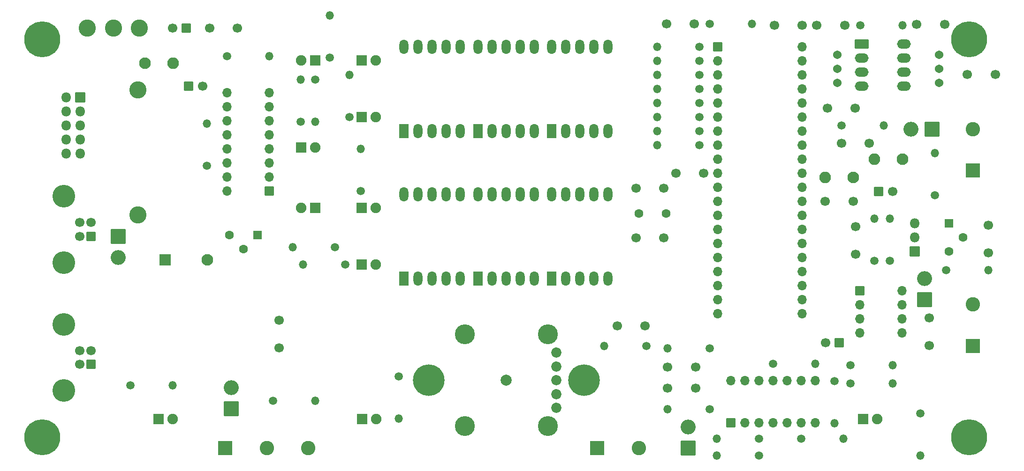
<source format=gbr>
%TF.GenerationSoftware,KiCad,Pcbnew,8.0.1*%
%TF.CreationDate,2024-04-17T00:29:27+02:00*%
%TF.ProjectId,Solaranlage,536f6c61-7261-46e6-9c61-67652e6b6963,rev?*%
%TF.SameCoordinates,Original*%
%TF.FileFunction,Soldermask,Bot*%
%TF.FilePolarity,Negative*%
%FSLAX46Y46*%
G04 Gerber Fmt 4.6, Leading zero omitted, Abs format (unit mm)*
G04 Created by KiCad (PCBNEW 8.0.1) date 2024-04-17 00:29:27*
%MOMM*%
%LPD*%
G01*
G04 APERTURE LIST*
G04 Aperture macros list*
%AMRoundRect*
0 Rectangle with rounded corners*
0 $1 Rounding radius*
0 $2 $3 $4 $5 $6 $7 $8 $9 X,Y pos of 4 corners*
0 Add a 4 corners polygon primitive as box body*
4,1,4,$2,$3,$4,$5,$6,$7,$8,$9,$2,$3,0*
0 Add four circle primitives for the rounded corners*
1,1,$1+$1,$2,$3*
1,1,$1+$1,$4,$5*
1,1,$1+$1,$6,$7*
1,1,$1+$1,$8,$9*
0 Add four rect primitives between the rounded corners*
20,1,$1+$1,$2,$3,$4,$5,0*
20,1,$1+$1,$4,$5,$6,$7,0*
20,1,$1+$1,$6,$7,$8,$9,0*
20,1,$1+$1,$8,$9,$2,$3,0*%
G04 Aperture macros list end*
%ADD10C,1.500000*%
%ADD11O,1.500000X1.500000*%
%ADD12RoundRect,0.050000X-0.762000X-1.262000X0.762000X-1.262000X0.762000X1.262000X-0.762000X1.262000X0*%
%ADD13O,1.624000X2.624000*%
%ADD14C,0.900000*%
%ADD15C,6.500000*%
%ADD16C,1.700000*%
%ADD17C,3.600000*%
%ADD18C,2.000000*%
%ADD19C,1.850000*%
%ADD20RoundRect,0.050000X-0.900000X-0.900000X0.900000X-0.900000X0.900000X0.900000X-0.900000X0.900000X0*%
%ADD21C,1.900000*%
%ADD22C,3.100000*%
%ADD23RoundRect,0.050000X0.800000X0.800000X-0.800000X0.800000X-0.800000X-0.800000X0.800000X-0.800000X0*%
%ADD24RoundRect,0.050000X-1.200000X-0.800000X1.200000X-0.800000X1.200000X0.800000X-1.200000X0.800000X0*%
%ADD25O,2.500000X1.700000*%
%ADD26RoundRect,0.050000X-0.800000X-0.800000X0.800000X-0.800000X0.800000X0.800000X-0.800000X0.800000X0*%
%ADD27O,1.700000X1.700000*%
%ADD28RoundRect,0.050000X-0.800000X0.800000X-0.800000X-0.800000X0.800000X-0.800000X0.800000X0.800000X0*%
%ADD29C,4.100000*%
%ADD30RoundRect,0.050000X-0.850000X-0.850000X0.850000X-0.850000X0.850000X0.850000X-0.850000X0.850000X0*%
%ADD31O,1.800000X1.800000*%
%ADD32RoundRect,0.050000X0.750000X0.750000X-0.750000X0.750000X-0.750000X-0.750000X0.750000X-0.750000X0*%
%ADD33C,1.600000*%
%ADD34RoundRect,0.050000X0.800000X-0.800000X0.800000X0.800000X-0.800000X0.800000X-0.800000X-0.800000X0*%
%ADD35RoundRect,0.050000X0.900000X0.900000X-0.900000X0.900000X-0.900000X-0.900000X0.900000X-0.900000X0*%
%ADD36C,5.700000*%
%ADD37RoundRect,0.050000X-0.750000X-0.750000X0.750000X-0.750000X0.750000X0.750000X-0.750000X0.750000X0*%
%ADD38RoundRect,0.050000X1.250000X-1.250000X1.250000X1.250000X-1.250000X1.250000X-1.250000X-1.250000X0*%
%ADD39C,2.600000*%
%ADD40C,1.540000*%
%ADD41C,2.100000*%
%ADD42O,2.100000X2.100000*%
%ADD43RoundRect,0.050000X1.300000X1.300000X-1.300000X1.300000X-1.300000X-1.300000X1.300000X-1.300000X0*%
%ADD44O,2.700000X2.700000*%
%ADD45RoundRect,0.050000X1.300000X-1.300000X1.300000X1.300000X-1.300000X1.300000X-1.300000X-1.300000X0*%
%ADD46RoundRect,0.050000X-1.300000X1.300000X-1.300000X-1.300000X1.300000X-1.300000X1.300000X1.300000X0*%
%ADD47RoundRect,0.050000X-1.250000X-1.250000X1.250000X-1.250000X1.250000X1.250000X-1.250000X1.250000X0*%
%ADD48RoundRect,0.050000X-1.000000X-1.000000X1.000000X-1.000000X1.000000X1.000000X-1.000000X1.000000X0*%
G04 APERTURE END LIST*
D10*
%TO.C,R11*%
X175768000Y-58928000D03*
D11*
X183388000Y-58928000D03*
%TD*%
D12*
%TO.C,U3*%
X133928000Y-78328000D03*
D13*
X136468000Y-78328000D03*
X139008000Y-78328000D03*
X141548000Y-78328000D03*
X144088000Y-78328000D03*
X144088000Y-63088000D03*
X141548000Y-63088000D03*
X139008000Y-63088000D03*
X136468000Y-63088000D03*
X133928000Y-63088000D03*
%TD*%
D12*
%TO.C,U1*%
X120523000Y-78328000D03*
D13*
X123063000Y-78328000D03*
X125603000Y-78328000D03*
X128143000Y-78328000D03*
X130683000Y-78328000D03*
X130683000Y-63088000D03*
X128143000Y-63088000D03*
X125603000Y-63088000D03*
X123063000Y-63088000D03*
X120523000Y-63088000D03*
%TD*%
D14*
%TO.C,H1*%
X52878000Y-133708000D03*
X53580944Y-132010944D03*
X53580944Y-135405056D03*
X55278000Y-131308000D03*
D15*
X55278000Y-133708000D03*
D14*
X55278000Y-136108000D03*
X56975056Y-132010944D03*
X56975056Y-135405056D03*
X57678000Y-133708000D03*
%TD*%
%TO.C,H3*%
X52878000Y-61708000D03*
X53580944Y-60010944D03*
X53580944Y-63405056D03*
X55278000Y-59308000D03*
D15*
X55278000Y-61708000D03*
D14*
X55278000Y-64108000D03*
X56975056Y-60010944D03*
X56975056Y-63405056D03*
X57678000Y-61708000D03*
%TD*%
%TO.C,H4*%
X220188000Y-133708000D03*
X220890944Y-132010944D03*
X220890944Y-135405056D03*
X222588000Y-131308000D03*
D15*
X222588000Y-133708000D03*
D14*
X222588000Y-136108000D03*
X224285056Y-132010944D03*
X224285056Y-135405056D03*
X224988000Y-133708000D03*
%TD*%
D16*
%TO.C,C3*%
X222250000Y-68072000D03*
X227250000Y-68072000D03*
%TD*%
%TO.C,C5*%
X172974000Y-58928000D03*
X167974000Y-58928000D03*
%TD*%
D12*
%TO.C,U5*%
X147193000Y-78328000D03*
D13*
X149733000Y-78328000D03*
X152273000Y-78328000D03*
X154813000Y-78328000D03*
X157353000Y-78328000D03*
X157353000Y-63088000D03*
X154813000Y-63088000D03*
X152273000Y-63088000D03*
X149733000Y-63088000D03*
X147193000Y-63088000D03*
%TD*%
D14*
%TO.C,H2*%
X220188000Y-61708000D03*
X220890944Y-60010944D03*
X220890944Y-63405056D03*
X222588000Y-59308000D03*
D15*
X222588000Y-61708000D03*
D14*
X222588000Y-64108000D03*
X224285056Y-60010944D03*
X224285056Y-63405056D03*
X224988000Y-61708000D03*
%TD*%
D12*
%TO.C,U6*%
X147193000Y-104998000D03*
D13*
X149733000Y-104998000D03*
X152273000Y-104998000D03*
X154813000Y-104998000D03*
X157353000Y-104998000D03*
X157353000Y-89758000D03*
X154813000Y-89758000D03*
X152273000Y-89758000D03*
X149733000Y-89758000D03*
X147193000Y-89758000D03*
%TD*%
D12*
%TO.C,U4*%
X133928000Y-104998000D03*
D13*
X136468000Y-104998000D03*
X139008000Y-104998000D03*
X141548000Y-104998000D03*
X144088000Y-104998000D03*
X144088000Y-89758000D03*
X141548000Y-89758000D03*
X139008000Y-89758000D03*
X136468000Y-89758000D03*
X133928000Y-89758000D03*
%TD*%
D12*
%TO.C,U2*%
X120523000Y-104998000D03*
D13*
X123063000Y-104998000D03*
X125603000Y-104998000D03*
X128143000Y-104998000D03*
X130683000Y-104998000D03*
X130683000Y-89758000D03*
X128143000Y-89758000D03*
X125603000Y-89758000D03*
X123063000Y-89758000D03*
X120523000Y-89758000D03*
%TD*%
D17*
%TO.C,SW1*%
X131508000Y-131713000D03*
X146508000Y-131713000D03*
D18*
X139008000Y-123413000D03*
D17*
X131508000Y-115113000D03*
X146508000Y-115113000D03*
D19*
X148008000Y-125913000D03*
X148008000Y-120913000D03*
X148008000Y-123413000D03*
X148008000Y-128413000D03*
X148008000Y-118413000D03*
%TD*%
D16*
%TO.C,C9*%
X164084000Y-113538000D03*
X159084000Y-113538000D03*
%TD*%
D20*
%TO.C,D2*%
X113030000Y-130429000D03*
D21*
X115570000Y-130429000D03*
%TD*%
D10*
%TO.C,R14*%
X175768000Y-128620000D03*
D11*
X168148000Y-128620000D03*
%TD*%
D16*
%TO.C,C6*%
X168148000Y-124810000D03*
X173148000Y-124810000D03*
%TD*%
D10*
%TO.C,R16*%
X164338000Y-117190000D03*
D11*
X156718000Y-117190000D03*
%TD*%
D10*
%TO.C,R15*%
X175768000Y-117602000D03*
D11*
X168148000Y-117602000D03*
%TD*%
D10*
%TO.C,R17*%
X71130000Y-124333000D03*
D11*
X78750000Y-124333000D03*
%TD*%
D16*
%TO.C,C8*%
X168148000Y-121000000D03*
X173148000Y-121000000D03*
%TD*%
%TO.C,C4*%
X226060000Y-100330000D03*
X226060000Y-95330000D03*
%TD*%
D22*
%TO.C,SW2*%
X72782000Y-59690000D03*
X68082000Y-59690000D03*
X63382000Y-59690000D03*
%TD*%
D20*
%TO.C,D3*%
X203454000Y-130429000D03*
D21*
X205994000Y-130429000D03*
%TD*%
D10*
%TO.C,R20*%
X201168000Y-123952000D03*
D11*
X208788000Y-123952000D03*
%TD*%
D10*
%TO.C,R22*%
X205486000Y-101834000D03*
D11*
X205486000Y-94214000D03*
%TD*%
D10*
%TO.C,R23*%
X208280000Y-101834000D03*
D11*
X208280000Y-94214000D03*
%TD*%
D23*
%TO.C,C16*%
X199136000Y-116586000D03*
D16*
X196636000Y-116586000D03*
%TD*%
D10*
%TO.C,R24*%
X201168000Y-120650000D03*
D11*
X208788000Y-120650000D03*
%TD*%
D10*
%TO.C,R2*%
X218440000Y-103505000D03*
D11*
X226060000Y-103505000D03*
%TD*%
D16*
%TO.C,C15*%
X202057000Y-95631000D03*
X202057000Y-100631000D03*
%TD*%
%TO.C,C19*%
X196977000Y-74168000D03*
X201977000Y-74168000D03*
%TD*%
%TO.C,C12*%
X162433000Y-88646000D03*
X167433000Y-88646000D03*
%TD*%
%TO.C,C14*%
X174625000Y-85948000D03*
X169625000Y-85948000D03*
%TD*%
D24*
%TO.C,U9*%
X203200000Y-62611000D03*
D25*
X203200000Y-65151000D03*
X203200000Y-67691000D03*
X203200000Y-70231000D03*
X210820000Y-70231000D03*
X210820000Y-67691000D03*
X210820000Y-65151000D03*
X210820000Y-62611000D03*
%TD*%
D16*
%TO.C,C17*%
X192405000Y-59182000D03*
X187405000Y-59182000D03*
%TD*%
%TO.C,C20*%
X213106000Y-59055000D03*
X218106000Y-59055000D03*
%TD*%
D10*
%TO.C,R3*%
X173863000Y-63088000D03*
D11*
X166243000Y-63088000D03*
%TD*%
D10*
%TO.C,R7*%
X173863000Y-65628000D03*
D11*
X166243000Y-65628000D03*
%TD*%
D10*
%TO.C,R4*%
X173863000Y-68168000D03*
D11*
X166243000Y-68168000D03*
%TD*%
D10*
%TO.C,R6*%
X173863000Y-78328000D03*
D11*
X166243000Y-78328000D03*
%TD*%
D10*
%TO.C,R10*%
X173863000Y-80868000D03*
D11*
X166243000Y-80868000D03*
%TD*%
D10*
%TO.C,R8*%
X173863000Y-70708000D03*
D11*
X166243000Y-70708000D03*
%TD*%
D10*
%TO.C,R9*%
X173863000Y-75788000D03*
D11*
X166243000Y-75788000D03*
%TD*%
D10*
%TO.C,R5*%
X173863000Y-73248000D03*
D11*
X166243000Y-73248000D03*
%TD*%
D26*
%TO.C,U7*%
X177165000Y-63093600D03*
D27*
X177165000Y-65633600D03*
X177165000Y-68173600D03*
X177165000Y-70713600D03*
X177165000Y-73253600D03*
X177165000Y-75793600D03*
X177165000Y-78333600D03*
X177165000Y-80873600D03*
X177165000Y-83413600D03*
X177165000Y-85953600D03*
X177165000Y-88493600D03*
X177165000Y-91033600D03*
X177165000Y-93573600D03*
X177165000Y-96113600D03*
X177165000Y-98653600D03*
X177165000Y-101193600D03*
X177165000Y-103733600D03*
X177165000Y-106273600D03*
X177165000Y-108813600D03*
X177165000Y-111353600D03*
X192405000Y-111353600D03*
X192405000Y-108813600D03*
X192405000Y-106273600D03*
X192405000Y-103733600D03*
X192405000Y-101193600D03*
X192405000Y-98653600D03*
X192405000Y-96113600D03*
X192405000Y-93573600D03*
X192405000Y-91033600D03*
X192405000Y-88493600D03*
X192405000Y-85953600D03*
X192405000Y-83413600D03*
X192405000Y-80873600D03*
X192405000Y-78333600D03*
X192405000Y-75793600D03*
X192405000Y-73253600D03*
X192405000Y-70713600D03*
X192405000Y-68173600D03*
X192405000Y-65633600D03*
X192405000Y-63093600D03*
%TD*%
D16*
%TO.C,C13*%
X167433000Y-97663000D03*
X162433000Y-97663000D03*
%TD*%
D10*
%TO.C,R25*%
X107188000Y-65024000D03*
D11*
X107188000Y-57404000D03*
%TD*%
D20*
%TO.C,D4*%
X112903000Y-65532000D03*
D21*
X115443000Y-65532000D03*
%TD*%
D16*
%TO.C,C21*%
X199517000Y-80518000D03*
X204517000Y-80518000D03*
%TD*%
%TO.C,C10*%
X195072000Y-59182000D03*
X200072000Y-59182000D03*
%TD*%
D10*
%TO.C,R29*%
X202946000Y-59182000D03*
D11*
X210566000Y-59182000D03*
%TD*%
D10*
%TO.C,R30*%
X199517000Y-77343000D03*
D11*
X207137000Y-77343000D03*
%TD*%
D16*
%TO.C,C2*%
X196596000Y-91059000D03*
X201596000Y-91059000D03*
%TD*%
%TO.C,C22*%
X98044000Y-112522000D03*
X98044000Y-117522000D03*
%TD*%
D10*
%TO.C,R12*%
X184658000Y-133985000D03*
D11*
X177038000Y-133985000D03*
%TD*%
D10*
%TO.C,R13*%
X192278000Y-133985000D03*
D11*
X199898000Y-133985000D03*
%TD*%
D10*
%TO.C,R21*%
X187198000Y-120396000D03*
D11*
X194818000Y-120396000D03*
%TD*%
D23*
%TO.C,U12*%
X96266000Y-89154000D03*
D27*
X96266000Y-86614000D03*
X96266000Y-84074000D03*
X96266000Y-81534000D03*
X96266000Y-78994000D03*
X96266000Y-76454000D03*
X96266000Y-73914000D03*
X96266000Y-71374000D03*
X88646000Y-71374000D03*
X88646000Y-73914000D03*
X88646000Y-76454000D03*
X88646000Y-78994000D03*
X88646000Y-81534000D03*
X88646000Y-84074000D03*
X88646000Y-86614000D03*
X88646000Y-89154000D03*
%TD*%
D26*
%TO.C,U10*%
X202819000Y-107188000D03*
D27*
X202819000Y-109728000D03*
X202819000Y-112268000D03*
X202819000Y-114808000D03*
X210439000Y-114808000D03*
X210439000Y-112268000D03*
X210439000Y-109728000D03*
X210439000Y-107188000D03*
%TD*%
D16*
%TO.C,C1*%
X215392000Y-117094000D03*
X215392000Y-112094000D03*
%TD*%
D28*
%TO.C,J4*%
X64018000Y-120523000D03*
D16*
X64018000Y-118023000D03*
X62018000Y-118023000D03*
X62018000Y-120523000D03*
D29*
X59158000Y-125273000D03*
X59158000Y-113273000D03*
%TD*%
D28*
%TO.C,J5*%
X64018000Y-97378000D03*
D16*
X64018000Y-94878000D03*
X62018000Y-94878000D03*
X62018000Y-97378000D03*
D29*
X59158000Y-102128000D03*
X59158000Y-90128000D03*
%TD*%
D30*
%TO.C,J3*%
X62078000Y-72263000D03*
D31*
X59538000Y-72263000D03*
X62078000Y-74803000D03*
X59538000Y-74803000D03*
X62078000Y-77343000D03*
X59538000Y-77343000D03*
X62078000Y-79883000D03*
X59538000Y-79883000D03*
X62078000Y-82423000D03*
X59538000Y-82423000D03*
%TD*%
D10*
%TO.C,R33*%
X96901000Y-127127000D03*
D11*
X104521000Y-127127000D03*
%TD*%
D10*
%TO.C,R34*%
X184658000Y-137033000D03*
D11*
X177038000Y-137033000D03*
%TD*%
D10*
%TO.C,R35*%
X84963000Y-84582000D03*
D11*
X84963000Y-76962000D03*
%TD*%
D32*
%TO.C,Q2*%
X94107000Y-97155000D03*
D33*
X91567000Y-99695000D03*
X89027000Y-97155000D03*
%TD*%
D34*
%TO.C,U11*%
X179578000Y-131064000D03*
D27*
X182118000Y-131064000D03*
X184658000Y-131064000D03*
X187198000Y-131064000D03*
X189738000Y-131064000D03*
X192278000Y-131064000D03*
X194818000Y-131064000D03*
X194818000Y-123444000D03*
X192278000Y-123444000D03*
X189738000Y-123444000D03*
X187198000Y-123444000D03*
X184658000Y-123444000D03*
X182118000Y-123444000D03*
X179578000Y-123444000D03*
%TD*%
D10*
%TO.C,R19*%
X198247000Y-123571000D03*
D11*
X198247000Y-131191000D03*
%TD*%
D10*
%TO.C,R1*%
X216408000Y-89916000D03*
D11*
X216408000Y-82296000D03*
%TD*%
D10*
%TO.C,R28*%
X109982000Y-102489000D03*
D11*
X102362000Y-102489000D03*
%TD*%
D35*
%TO.C,D12*%
X104521000Y-92202000D03*
D21*
X101981000Y-92202000D03*
%TD*%
D20*
%TO.C,D6*%
X112903000Y-75819000D03*
D21*
X115443000Y-75819000D03*
%TD*%
D10*
%TO.C,R31*%
X108077000Y-99314000D03*
D11*
X100457000Y-99314000D03*
%TD*%
D20*
%TO.C,D7*%
X112903000Y-102489000D03*
D21*
X115443000Y-102489000D03*
%TD*%
D10*
%TO.C,R32*%
X104500000Y-69000000D03*
D11*
X104500000Y-76620000D03*
%TD*%
D10*
%TO.C,R26*%
X112776000Y-89154000D03*
D11*
X112776000Y-81534000D03*
%TD*%
D20*
%TO.C,D5*%
X112903000Y-92202000D03*
D21*
X115443000Y-92202000D03*
%TD*%
D35*
%TO.C,D13*%
X104521000Y-65532000D03*
D21*
X101981000Y-65532000D03*
%TD*%
D10*
%TO.C,R27*%
X110700000Y-75810000D03*
D11*
X110700000Y-68190000D03*
%TD*%
D20*
%TO.C,D1*%
X76210000Y-130429000D03*
D21*
X78750000Y-130429000D03*
%TD*%
D36*
%TO.C,H5*%
X153008000Y-123413000D03*
%TD*%
D10*
%TO.C,GND1*%
X213741000Y-129413000D03*
D11*
X213741000Y-137033000D03*
%TD*%
D10*
%TO.C,GND2*%
X88646000Y-64770000D03*
D11*
X96266000Y-64770000D03*
%TD*%
D10*
%TO.C,R18*%
X119634000Y-122682000D03*
D11*
X119634000Y-130302000D03*
%TD*%
D37*
%TO.C,Q1*%
X218948000Y-94996000D03*
D33*
X221488000Y-97536000D03*
X218948000Y-100076000D03*
%TD*%
D36*
%TO.C,H6*%
X125008000Y-123413000D03*
%TD*%
D20*
%TO.C,D15*%
X101981000Y-81280000D03*
D21*
X104521000Y-81280000D03*
%TD*%
D10*
%TO.C,R36*%
X101900000Y-76610000D03*
D11*
X101900000Y-68990000D03*
%TD*%
D38*
%TO.C,J1*%
X223266000Y-85471000D03*
D39*
X223266000Y-77971000D03*
%TD*%
D38*
%TO.C,J2*%
X223266000Y-117190000D03*
D39*
X223266000Y-109690000D03*
%TD*%
D40*
%TO.C,RV1*%
X198755000Y-64516000D03*
X198755000Y-67056000D03*
X198755000Y-69596000D03*
%TD*%
%TO.C,RV2*%
X217170000Y-64516000D03*
X217170000Y-67056000D03*
X217170000Y-69596000D03*
%TD*%
D33*
%TO.C,Y1*%
X162941000Y-93218000D03*
X167841000Y-93218000D03*
%TD*%
D30*
%TO.C,JP1*%
X212725000Y-100076000D03*
D31*
X212725000Y-97536000D03*
X212725000Y-94996000D03*
%TD*%
D16*
%TO.C,C7*%
X85471000Y-59690000D03*
X90471000Y-59690000D03*
%TD*%
D41*
%TO.C,L1*%
X201676000Y-86741000D03*
D42*
X196596000Y-86741000D03*
%TD*%
D41*
%TO.C,L2*%
X210566000Y-83439000D03*
D42*
X205486000Y-83439000D03*
%TD*%
D26*
%TO.C,C11*%
X206248000Y-89281000D03*
D16*
X208748000Y-89281000D03*
%TD*%
D43*
%TO.C,D8*%
X215900000Y-77978000D03*
D44*
X212090000Y-77978000D03*
%TD*%
D45*
%TO.C,D9*%
X214503000Y-108839000D03*
D44*
X214503000Y-105029000D03*
%TD*%
D46*
%TO.C,D10*%
X68961000Y-97409000D03*
D44*
X68961000Y-101219000D03*
%TD*%
D45*
%TO.C,D11*%
X171831000Y-135636000D03*
D44*
X171831000Y-131826000D03*
%TD*%
D47*
%TO.C,J6*%
X155448000Y-135636000D03*
D39*
X162948000Y-135636000D03*
%TD*%
D41*
%TO.C,L3*%
X73787000Y-66040000D03*
D42*
X78867000Y-66040000D03*
%TD*%
D47*
%TO.C,J7*%
X88265000Y-135636000D03*
D39*
X95765000Y-135636000D03*
X103265000Y-135636000D03*
%TD*%
D45*
%TO.C,D14*%
X89408000Y-128524000D03*
D44*
X89408000Y-124714000D03*
%TD*%
D48*
%TO.C,BZ1*%
X77470000Y-101600000D03*
D41*
X85070000Y-101600000D03*
%TD*%
D22*
%TO.C,F1*%
X72517000Y-70869000D03*
X72517000Y-93469000D03*
%TD*%
D26*
%TO.C,C23*%
X81661000Y-70231000D03*
D16*
X84161000Y-70231000D03*
%TD*%
D23*
%TO.C,C18*%
X81280000Y-59690000D03*
D16*
X78780000Y-59690000D03*
%TD*%
M02*

</source>
